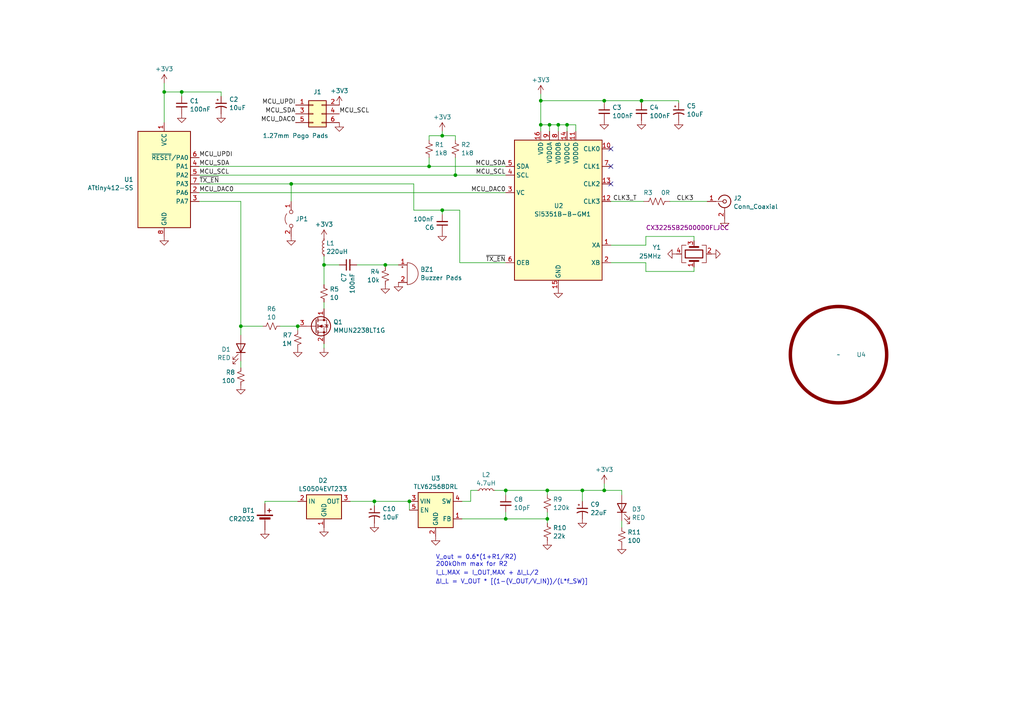
<source format=kicad_sch>
(kicad_sch (version 20231120) (generator "eeschema") (generator_version "8.0")
  (paper "A4")
  (lib_symbols
    (symbol "Connector:Conn_Coaxial" (pin_names (offset 1.016) hide)
      (property "Reference" "J" (at 0.254 3.048 0))
      (property "Value" "Conn_Coaxial" (at 2.921 0 90))
      (symbol "Conn_Coaxial_0_1"
        (arc (start -1.778 -0.508) (mid 0.2311 -1.8066) (end 1.778 0) (stroke (width 0.254)))
        (polyline (pts (xy -2.54 0) (xy -0.508 0)))
        (polyline (pts (xy 0 -2.54) (xy 0 -1.778)))
        (circle (center 0 0) (radius 0.508) (stroke (width 0.2032)))
        (arc (start 1.778 0) (mid 0.2099 1.8101) (end -1.778 0.508) (stroke (width 0.254)))
      )
      (symbol "Conn_Coaxial_1_1"
        (pin passive line (at -5.08 0 0) (length 2.54) (name "In") (number "1"))
        (pin passive line (at 0 -5.08 90) (length 2.54) (name "Ext") (number "2"))
      )
    )
    (symbol "Connector_Generic:Conn_02x03_Odd_Even" (pin_names (offset 1.016) hide)
      (property "Reference" "J" (at 1.27 5.08 0))
      (property "Value" "Conn_02x03_Odd_Even" (at 1.27 -5.08 0))
      (symbol "Conn_02x03_Odd_Even_1_1"
        (rectangle (start -1.27 -2.413) (end 0 -2.667) (stroke (width 0.1524)))
        (rectangle (start -1.27 0.127) (end 0 -0.127) (stroke (width 0.1524)))
        (rectangle (start -1.27 2.667) (end 0 2.413) (stroke (width 0.1524)))
        (rectangle (start -1.27 3.81) (end 3.81 -3.81) (stroke (width 0.254)) (fill (type background)))
        (rectangle (start 3.81 -2.413) (end 2.54 -2.667) (stroke (width 0.1524)))
        (rectangle (start 3.81 0.127) (end 2.54 -0.127) (stroke (width 0.1524)))
        (rectangle (start 3.81 2.667) (end 2.54 2.413) (stroke (width 0.1524)))
        (pin passive line (at -5.08 2.54 0) (length 3.81) (name "Pin_1") (number "1"))
        (pin passive line (at 7.62 2.54 180) (length 3.81) (name "Pin_2") (number "2"))
        (pin passive line (at -5.08 0 0) (length 3.81) (name "Pin_3") (number "3"))
        (pin passive line (at 7.62 0 180) (length 3.81) (name "Pin_4") (number "4"))
        (pin passive line (at -5.08 -2.54 0) (length 3.81) (name "Pin_5") (number "5"))
        (pin passive line (at 7.62 -2.54 180) (length 3.81) (name "Pin_6") (number "6"))
      )
    )
    (symbol "Device:Battery_Cell" (pin_numbers hide) (pin_names (offset 0) hide)
      (property "Reference" "BT" (at 2.54 2.54 0))
      (property "Value" "Battery_Cell" (at 2.54 0 0))
      (symbol "Battery_Cell_0_1"
        (rectangle (start -2.286 1.778) (end 2.286 1.524) (fill (type outline)))
        (rectangle (start -1.524 1.016) (end 1.524 0.508) (fill (type outline)))
        (polyline (pts (xy 0 0.762) (xy 0 0)))
        (polyline (pts (xy 0 1.778) (xy 0 2.54)))
        (polyline (pts (xy 0.762 3.048) (xy 1.778 3.048)) (stroke (width 0.254)))
        (polyline (pts (xy 1.27 3.556) (xy 1.27 2.54)) (stroke (width 0.254)))
      )
      (symbol "Battery_Cell_1_1"
        (pin passive line (at 0 5.08 270) (length 2.54) (name "+") (number "1"))
        (pin passive line (at 0 -2.54 90) (length 2.54) (name "-") (number "2"))
      )
    )
    (symbol "Device:Buzzer" (pin_names (offset 0.0254) hide)
      (property "Reference" "BZ" (at 3.81 1.27 0))
      (property "Value" "Buzzer" (at 3.81 -1.27 0))
      (symbol "Buzzer_0_1"
        (arc (start 0 -3.175) (mid 3.1612 0) (end 0 3.175))
        (polyline (pts (xy -1.651 1.905) (xy -1.143 1.905)))
        (polyline (pts (xy -1.397 2.159) (xy -1.397 1.651)))
        (polyline (pts (xy 0 3.175) (xy 0 -3.175)))
      )
      (symbol "Buzzer_1_1"
        (pin passive line (at -2.54 2.54 0) (length 2.54) (name "+") (number "1"))
        (pin passive line (at -2.54 -2.54 0) (length 2.54) (name "-") (number "2"))
      )
    )
    (symbol "Device:C_Polarized_Small_US" (pin_numbers hide) (pin_names (offset 0.254) hide)
      (property "Reference" "C" (at 0.254 1.778 0))
      (property "Value" "C_Polarized_Small_US" (at 0.254 -2.032 0))
      (symbol "C_Polarized_Small_US_0_1"
        (polyline (pts (xy -1.524 0.508) (xy 1.524 0.508)) (stroke (width 0.3048)))
        (polyline (pts (xy -1.27 1.524) (xy -0.762 1.524)))
        (polyline (pts (xy -1.016 1.27) (xy -1.016 1.778)))
        (arc (start 1.524 -0.762) (mid 0 -0.3734) (end -1.524 -0.762) (stroke (width 0.3048)))
      )
      (symbol "C_Polarized_Small_US_1_1"
        (pin passive line (at 0 2.54 270) (length 2.032) (name "~") (number "1"))
        (pin passive line (at 0 -2.54 90) (length 2.032) (name "~") (number "2"))
      )
    )
    (symbol "Device:C_Small" (pin_numbers hide) (pin_names (offset 0.254) hide)
      (property "Reference" "C" (at 0.254 1.778 0))
      (property "Value" "C_Small" (at 0.254 -2.032 0))
      (symbol "C_Small_0_1"
        (polyline (pts (xy -1.524 -0.508) (xy 1.524 -0.508)) (stroke (width 0.3302)))
        (polyline (pts (xy -1.524 0.508) (xy 1.524 0.508)) (stroke (width 0.3048)))
      )
      (symbol "C_Small_1_1"
        (pin passive line (at 0 2.54 270) (length 2.032) (name "~") (number "1"))
        (pin passive line (at 0 -2.54 90) (length 2.032) (name "~") (number "2"))
      )
    )
    (symbol "Device:Crystal_GND24" (pin_names (offset 1.016) hide)
      (property "Reference" "Y" (at 3.175 5.08 0))
      (property "Value" "Crystal_GND24" (at 3.175 3.175 0))
      (symbol "Crystal_GND24_0_1"
        (rectangle (start -1.143 2.54) (end 1.143 -2.54) (stroke (width 0.3048)))
        (polyline (pts (xy -2.54 0) (xy -2.032 0)))
        (polyline (pts (xy -2.032 -1.27) (xy -2.032 1.27)) (stroke (width 0.508)))
        (polyline (pts (xy 0 -3.81) (xy 0 -3.556)))
        (polyline (pts (xy 0 3.556) (xy 0 3.81)))
        (polyline (pts (xy 2.032 -1.27) (xy 2.032 1.27)) (stroke (width 0.508)))
        (polyline (pts (xy 2.032 0) (xy 2.54 0)))
        (polyline (pts (xy -2.54 -2.286) (xy -2.54 -3.556) (xy 2.54 -3.556) (xy 2.54 -2.286)))
        (polyline (pts (xy -2.54 2.286) (xy -2.54 3.556) (xy 2.54 3.556) (xy 2.54 2.286)))
      )
      (symbol "Crystal_GND24_1_1"
        (pin passive line (at -3.81 0 0) (length 1.27) (name "1") (number "1"))
        (pin passive line (at 0 5.08 270) (length 1.27) (name "2") (number "2"))
        (pin passive line (at 3.81 0 180) (length 1.27) (name "3") (number "3"))
        (pin passive line (at 0 -5.08 90) (length 1.27) (name "4") (number "4"))
      )
    )
    (symbol "Device:LED" (pin_numbers hide) (pin_names (offset 1.016) hide)
      (property "Reference" "D" (at 0 2.54 0))
      (property "Value" "LED" (at 0 -2.54 0))
      (symbol "LED_0_1"
        (polyline (pts (xy -1.27 -1.27) (xy -1.27 1.27)) (stroke (width 0.254)))
        (polyline (pts (xy -1.27 0) (xy 1.27 0)))
        (polyline (pts (xy 1.27 -1.27) (xy 1.27 1.27) (xy -1.27 0) (xy 1.27 -1.27)) (stroke (width 0.254)))
        (polyline (pts (xy -3.048 -0.762) (xy -4.572 -2.286) (xy -3.81 -2.286) (xy -4.572 -2.286) (xy -4.572 -1.524)))
        (polyline (pts (xy -1.778 -0.762) (xy -3.302 -2.286) (xy -2.54 -2.286) (xy -3.302 -2.286) (xy -3.302 -1.524)))
      )
      (symbol "LED_1_1"
        (pin passive line (at -3.81 0 0) (length 2.54) (name "K") (number "1"))
        (pin passive line (at 3.81 0 180) (length 2.54) (name "A") (number "2"))
      )
    )
    (symbol "Device:L_Small" (pin_numbers hide) (pin_names (offset 0.254) hide)
      (property "Reference" "L" (at 0.762 1.016 0))
      (property "Value" "L_Small" (at 0.762 -1.016 0))
      (symbol "L_Small_0_1"
        (arc (start 0 -2.032) (mid 0.5058 -1.524) (end 0 -1.016))
        (arc (start 0 -1.016) (mid 0.5058 -0.508) (end 0 0))
        (arc (start 0 0) (mid 0.5058 0.508) (end 0 1.016))
        (arc (start 0 1.016) (mid 0.5058 1.524) (end 0 2.032))
      )
      (symbol "L_Small_1_1"
        (pin passive line (at 0 2.54 270) (length 0.508) (name "~") (number "1"))
        (pin passive line (at 0 -2.54 90) (length 0.508) (name "~") (number "2"))
      )
    )
    (symbol "Device:Q_NMOS_DSG" (pin_names (offset 0) hide)
      (property "Reference" "Q" (at 5.08 1.27 0))
      (property "Value" "Q_NMOS_DSG" (at 5.08 -1.27 0))
      (symbol "Q_NMOS_DSG_0_1"
        (polyline (pts (xy 0.254 0) (xy -2.54 0)))
        (polyline (pts (xy 0.254 1.905) (xy 0.254 -1.905)) (stroke (width 0.254)))
        (polyline (pts (xy 0.762 -1.27) (xy 0.762 -2.286)) (stroke (width 0.254)))
        (polyline (pts (xy 0.762 0.508) (xy 0.762 -0.508)) (stroke (width 0.254)))
        (polyline (pts (xy 0.762 2.286) (xy 0.762 1.27)) (stroke (width 0.254)))
        (polyline (pts (xy 2.54 2.54) (xy 2.54 1.778)))
        (polyline (pts (xy 2.54 -2.54) (xy 2.54 0) (xy 0.762 0)))
        (polyline (pts (xy 0.762 -1.778) (xy 3.302 -1.778) (xy 3.302 1.778) (xy 0.762 1.778)))
        (polyline (pts (xy 1.016 0) (xy 2.032 0.381) (xy 2.032 -0.381) (xy 1.016 0)) (fill (type outline)))
        (polyline (pts (xy 2.794 0.508) (xy 2.921 0.381) (xy 3.683 0.381) (xy 3.81 0.254)))
        (polyline (pts (xy 3.302 0.381) (xy 2.921 -0.254) (xy 3.683 -0.254) (xy 3.302 0.381)))
        (circle (center 1.651 0) (radius 2.794) (stroke (width 0.254)))
        (circle (center 2.54 -1.778) (radius 0.254) (fill (type outline)))
        (circle (center 2.54 1.778) (radius 0.254) (fill (type outline)))
      )
      (symbol "Q_NMOS_DSG_1_1"
        (pin passive line (at 2.54 5.08 270) (length 2.54) (name "D") (number "1"))
        (pin passive line (at 2.54 -5.08 90) (length 2.54) (name "S") (number "2"))
        (pin input line (at -5.08 0 0) (length 2.54) (name "G") (number "3"))
      )
    )
    (symbol "Device:R_Small_US" (pin_numbers hide) (pin_names (offset 0.254) hide)
      (property "Reference" "R" (at 0.762 0.508 0))
      (property "Value" "R_Small_US" (at 0.762 -1.016 0))
      (symbol "R_Small_US_1_1"
        (polyline (pts (xy 0 0) (xy 1.016 -0.381) (xy 0 -0.762) (xy -1.016 -1.143) (xy 0 -1.524)))
        (polyline (pts (xy 0 1.524) (xy 1.016 1.143) (xy 0 0.762) (xy -1.016 0.381) (xy 0 0)))
        (pin passive line (at 0 2.54 270) (length 1.016) (name "~") (number "1"))
        (pin passive line (at 0 -2.54 90) (length 1.016) (name "~") (number "2"))
      )
    )
    (symbol "Device:R_US" (pin_numbers hide) (pin_names (offset 0))
      (property "Reference" "R" (at 2.54 0 90))
      (property "Value" "R_US" (at -2.54 0 90))
      (symbol "R_US_0_1"
        (polyline (pts (xy 0 -2.286) (xy 0 -2.54)))
        (polyline (pts (xy 0 2.286) (xy 0 2.54)))
        (polyline (pts (xy 0 -0.762) (xy 1.016 -1.143) (xy 0 -1.524) (xy -1.016 -1.905) (xy 0 -2.286)))
        (polyline (pts (xy 0 0.762) (xy 1.016 0.381) (xy 0 0) (xy -1.016 -0.381) (xy 0 -0.762)))
        (polyline (pts (xy 0 2.286) (xy 1.016 1.905) (xy 0 1.524) (xy -1.016 1.143) (xy 0 0.762)))
      )
      (symbol "R_US_1_1"
        (pin passive line (at 0 3.81 270) (length 1.27) (name "~") (number "1"))
        (pin passive line (at 0 -3.81 90) (length 1.27) (name "~") (number "2"))
      )
    )
    (symbol "Jumper:Jumper_2_Open" (pin_names (offset 0) hide)
      (property "Reference" "JP" (at 0 2.794 0))
      (property "Value" "Jumper_2_Open" (at 0 -2.286 0))
      (symbol "Jumper_2_Open_0_0"
        (circle (center -2.032 0) (radius 0.508))
        (circle (center 2.032 0) (radius 0.508))
      )
      (symbol "Jumper_2_Open_0_1"
        (arc (start 1.524 1.27) (mid 0 1.778) (end -1.524 1.27))
      )
      (symbol "Jumper_2_Open_1_1"
        (pin passive line (at -5.08 0 0) (length 2.54) (name "A") (number "1"))
        (pin passive line (at 5.08 0 180) (length 2.54) (name "B") (number "2"))
      )
    )
    (symbol "MCU_Microchip_ATtiny:ATtiny412-SS"
      (property "Reference" "U1" (at -13.462 -0.0579 0))
      (property "Value" "ATtiny412-SS" (at -13.462 -2.4821 0))
      (symbol "ATtiny412-SS_0_1"
        (rectangle (start -2.54 13.97) (end 12.7 -13.97) (stroke (width 0.254)) (fill (type background)))
      )
      (symbol "ATtiny412-SS_1_1"
        (pin power_in line (at 5.08 16.51 270) (length 2.54) (name "VCC") (number "1"))
        (pin bidirectional line (at 15.24 -3.81 180) (length 2.54) (name "PA6") (number "2"))
        (pin bidirectional line (at 15.24 -6.35 180) (length 2.54) (name "PA7") (number "3"))
        (pin bidirectional line (at 15.24 3.81 180) (length 2.54) (name "PA1") (number "4"))
        (pin bidirectional line (at 15.24 1.27 180) (length 2.54) (name "PA2") (number "5"))
        (pin bidirectional line (at 15.24 6.35 180) (length 2.54) (name "~{RESET}/PA0") (number "6"))
        (pin bidirectional line (at 15.24 -1.27 180) (length 2.54) (name "PA3") (number "7"))
        (pin power_in line (at 5.08 -16.51 90) (length 2.54) (name "GND") (number "8"))
      )
    )
    (symbol "Power_Protection:CM1213A-01SO"
      (property "Reference" "D3" (at -0.3175 6.0493 0))
      (property "Value" "CM1213A-01SO" (at -0.3175 3.6251 0))
      (symbol "CM1213A-01SO_0_1"
        (rectangle (start -5.08 1.905) (end 5.08 -5.08) (stroke (width 0.254)) (fill (type background)))
      )
      (symbol "CM1213A-01SO_1_1"
        (pin passive line (at 0 -7.62 90) (length 2.54) (name "GND") (number "1"))
        (pin passive line (at -7.62 0 0) (length 2.54) (name "IN") (number "2"))
        (pin passive line (at 7.62 0 180) (length 2.54) (name "OUT") (number "3"))
      )
    )
    (symbol "Regulator_Switching:TLV62568DRL"
      (property "Reference" "U3" (at 0 9.2243 0))
      (property "Value" "TLV62568DRL" (at 0 6.8001 0))
      (symbol "TLV62568DRL_0_1"
        (rectangle (start -5.08 5.08) (end 5.08 -5.08) (stroke (width 0.254)) (fill (type background)))
      )
      (symbol "TLV62568DRL_1_1"
        (pin input line (at 7.62 -2.54 180) (length 2.54) (name "FB") (number "1"))
        (pin power_in line (at 0 -7.62 90) (length 2.54) (name "GND") (number "2"))
        (pin power_in line (at -7.62 2.54 0) (length 2.54) (name "VIN") (number "3"))
        (pin power_out line (at 7.62 2.54 180) (length 2.54) (name "SW") (number "4"))
        (pin input line (at -7.62 0 0) (length 2.54) (name "EN") (number "5"))
        (pin no_connect line (at 5.08 -2.54 180) (length 2.54) hide (name "NC") (number "6"))
      )
    )
    (symbol "library:Case"
      (property "Reference" "U" (at 0 0 0))
      (symbol "Case_1_1"
        (circle (center 0 0) (radius 13.97) (stroke (width 1)))
      )
    )
    (symbol "library:Si5351B-B-GM1"
      (property "Reference" "U2" (at -1.27 1.27 0))
      (property "Value" "Si5351B-B-GM1" (at -6.985 -1.1542 0))
      (symbol "Si5351B-B-GM1_1_1"
        (rectangle (start -12.7 20.32) (end 12.7 -20.32) (stroke (width 0.254)) (fill (type background)))
        (pin input line (at 15.24 -10.16 180) (length 2.54) (name "XA") (number "1"))
        (pin output line (at 15.24 17.78 180) (length 2.54) (name "CLK0") (number "10"))
        (pin power_in line (at 5.08 22.86 270) (length 2.54) (name "VDDOD") (number "11"))
        (pin output line (at 15.24 2.54 180) (length 2.54) (name "CLK3") (number "12"))
        (pin output line (at 15.24 7.62 180) (length 2.54) (name "CLK2") (number "13"))
        (pin power_in line (at 2.54 22.86 270) (length 2.54) (name "VDDOC") (number "14"))
        (pin power_in line (at 0 -22.86 90) (length 2.54) (name "GND") (number "15"))
        (pin power_in line (at -5.08 22.86 270) (length 2.54) (name "VDD") (number "16"))
        (pin input line (at 15.24 -15.24 180) (length 2.54) (name "XB") (number "2"))
        (pin input line (at -15.24 5.08 0) (length 2.54) (name "VC") (number "3"))
        (pin input line (at -15.24 10.16 0) (length 2.54) (name "SCL") (number "4"))
        (pin bidirectional line (at -15.24 12.7 0) (length 2.54) (name "SDA") (number "5"))
        (pin input line (at -15.24 -15.24 0) (length 2.54) (name "OEB") (number "6"))
        (pin output line (at 15.24 12.7 180) (length 2.54) (name "CLK1") (number "7"))
        (pin power_in line (at 0 22.86 270) (length 2.54) (name "VDDOB") (number "8"))
        (pin power_in line (at -2.54 22.86 270) (length 2.54) (name "VDDOA") (number "9"))
      )
    )
    (symbol "power:+3V3" (power) (pin_names (offset 0))
      (property "Value" "+3V3" (at 0 3.556 0))
      (symbol "+3V3_0_1"
        (polyline (pts (xy -0.762 1.27) (xy 0 2.54)))
        (polyline (pts (xy 0 0) (xy 0 2.54)))
        (polyline (pts (xy 0 2.54) (xy 0.762 1.27)))
      )
      (symbol "+3V3_1_1"
        (pin power_in line (at 0 0 90) (length 0) hide (name "+3V3") (number "1"))
      )
    )
    (symbol "power:GND" (power) (pin_names (offset 0))
      (property "Value" "GND" (at 0 -3.81 0))
      (symbol "GND_0_1"
        (polyline (pts (xy 0 0) (xy 0 -1.27) (xy 1.27 -1.27) (xy 0 -2.54) (xy -1.27 -1.27) (xy 0 -1.27)))
      )
      (symbol "GND_1_1"
        (pin power_in line (at 0 0 270) (length 0) hide (name "GND") (number "1"))
      )
    )
  )
  (junction (at 128.27 60.96))
  (junction (at 52.705 26.67))
  (junction (at 132.08 50.8))
  (junction (at 118.745 145.415))
  (junction (at 146.685 150.495))
  (junction (at 159.385 36.195))
  (junction (at 124.46 48.26))
  (junction (at 111.76 76.835))
  (junction (at 69.85 94.615))
  (junction (at 164.465 36.195))
  (junction (at 175.26 142.24))
  (junction (at 86.36 94.615))
  (junction (at 168.91 142.24))
  (junction (at 161.925 36.195))
  (junction (at 108.585 145.415))
  (junction (at 186.055 29.21))
  (junction (at 47.625 26.67))
  (junction (at 158.75 150.495))
  (junction (at 84.455 53.34))
  (junction (at 175.26 29.21))
  (junction (at 93.98 76.835))
  (junction (at 146.685 142.24))
  (junction (at 158.75 142.24))
  (junction (at 156.845 29.21))
  (junction (at 156.845 36.195))
  (junction (at 128.27 39.37))
  (no_connect (at 177.165 43.18))
  (no_connect (at 177.165 48.26))
  (no_connect (at 177.165 53.34))
  (wire (pts (xy 187.325 76.2) (xy 177.165 76.2)))
  (wire (pts (xy 186.055 29.845) (xy 186.055 29.21)))
  (wire (pts (xy 158.75 142.24) (xy 158.75 143.51)))
  (wire (pts (xy 180.34 142.24) (xy 175.26 142.24)))
  (wire (pts (xy 167.005 36.195) (xy 164.465 36.195)))
  (wire (pts (xy 120.015 60.96) (xy 120.015 53.34)))
  (wire (pts (xy 76.835 145.415) (xy 86.36 145.415)))
  (wire (pts (xy 52.705 26.67) (xy 64.135 26.67)))
  (wire (pts (xy 196.85 29.21) (xy 196.85 29.845)))
  (wire (pts (xy 52.705 27.94) (xy 52.705 26.67)))
  (wire (pts (xy 93.98 99.695) (xy 93.98 100.965)))
  (wire (pts (xy 175.26 29.21) (xy 186.055 29.21)))
  (wire (pts (xy 47.625 24.13) (xy 47.625 26.67)))
  (wire (pts (xy 146.685 148.59) (xy 146.685 150.495)))
  (wire (pts (xy 164.465 36.195) (xy 161.925 36.195)))
  (wire (pts (xy 175.26 140.335) (xy 175.26 142.24)))
  (wire (pts (xy 161.925 36.195) (xy 161.925 38.1)))
  (wire (pts (xy 133.985 150.495) (xy 146.685 150.495)))
  (wire (pts (xy 156.845 29.21) (xy 156.845 36.195)))
  (wire (pts (xy 128.27 60.96) (xy 128.27 62.23)))
  (wire (pts (xy 93.98 76.835) (xy 93.98 82.55)))
  (wire (pts (xy 136.525 142.24) (xy 138.43 142.24)))
  (wire (pts (xy 133.35 76.2) (xy 133.35 60.96)))
  (wire (pts (xy 93.98 76.835) (xy 98.425 76.835)))
  (wire (pts (xy 69.85 58.42) (xy 57.785 58.42)))
  (wire (pts (xy 159.385 38.1) (xy 159.385 36.195)))
  (wire (pts (xy 175.26 29.845) (xy 175.26 29.21)))
  (wire (pts (xy 180.34 151.13) (xy 180.34 153.035)))
  (wire (pts (xy 187.325 71.12) (xy 177.165 71.12)))
  (wire (pts (xy 201.295 78.74) (xy 201.295 77.47)))
  (wire (pts (xy 158.75 150.495) (xy 158.75 148.59)))
  (wire (pts (xy 164.465 36.195) (xy 164.465 38.1)))
  (wire (pts (xy 93.98 74.295) (xy 93.98 76.835)))
  (wire (pts (xy 146.685 150.495) (xy 158.75 150.495)))
  (wire (pts (xy 101.6 145.415) (xy 108.585 145.415)))
  (wire (pts (xy 124.46 45.72) (xy 124.46 48.26)))
  (wire (pts (xy 194.31 58.42) (xy 205.105 58.42)))
  (wire (pts (xy 69.85 104.775) (xy 69.85 106.68)))
  (wire (pts (xy 128.27 39.37) (xy 124.46 39.37)))
  (wire (pts (xy 196.85 29.21) (xy 186.055 29.21)))
  (wire (pts (xy 167.005 38.1) (xy 167.005 36.195)))
  (wire (pts (xy 108.585 145.415) (xy 118.745 145.415)))
  (wire (pts (xy 175.26 29.21) (xy 156.845 29.21)))
  (wire (pts (xy 146.685 142.24) (xy 146.685 143.51)))
  (wire (pts (xy 124.46 39.37) (xy 124.46 40.64)))
  (wire (pts (xy 128.27 60.96) (xy 120.015 60.96)))
  (wire (pts (xy 69.85 94.615) (xy 76.2 94.615)))
  (wire (pts (xy 124.46 48.26) (xy 146.685 48.26)))
  (wire (pts (xy 201.295 69.85) (xy 201.295 68.58)))
  (wire (pts (xy 76.835 146.05) (xy 76.835 145.415)))
  (wire (pts (xy 146.685 142.24) (xy 158.75 142.24)))
  (wire (pts (xy 201.295 68.58) (xy 187.325 68.58)))
  (wire (pts (xy 57.785 55.88) (xy 146.685 55.88)))
  (wire (pts (xy 187.325 76.2) (xy 187.325 78.74)))
  (wire (pts (xy 111.76 77.47) (xy 111.76 76.835)))
  (wire (pts (xy 81.28 94.615) (xy 86.36 94.615)))
  (wire (pts (xy 175.26 142.24) (xy 168.91 142.24)))
  (wire (pts (xy 84.455 53.34) (xy 57.785 53.34)))
  (wire (pts (xy 133.35 60.96) (xy 128.27 60.96)))
  (wire (pts (xy 128.27 38.1) (xy 128.27 39.37)))
  (wire (pts (xy 132.08 45.72) (xy 132.08 50.8)))
  (wire (pts (xy 69.85 94.615) (xy 69.85 97.155)))
  (wire (pts (xy 111.76 76.835) (xy 115.57 76.835)))
  (wire (pts (xy 177.165 58.42) (xy 186.69 58.42)))
  (wire (pts (xy 156.845 36.195) (xy 156.845 38.1)))
  (wire (pts (xy 120.015 53.34) (xy 84.455 53.34)))
  (wire (pts (xy 168.91 142.24) (xy 158.75 142.24)))
  (wire (pts (xy 69.85 94.615) (xy 69.85 58.42)))
  (wire (pts (xy 158.75 151.765) (xy 158.75 150.495)))
  (wire (pts (xy 187.325 78.74) (xy 201.295 78.74)))
  (wire (pts (xy 86.36 94.615) (xy 86.36 95.885)))
  (wire (pts (xy 187.325 68.58) (xy 187.325 71.12)))
  (wire (pts (xy 93.98 89.535) (xy 93.98 87.63)))
  (wire (pts (xy 136.525 142.24) (xy 136.525 145.415)))
  (wire (pts (xy 146.685 76.2) (xy 133.35 76.2)))
  (wire (pts (xy 159.385 36.195) (xy 156.845 36.195)))
  (wire (pts (xy 118.745 145.415) (xy 118.745 147.955)))
  (wire (pts (xy 57.785 50.8) (xy 132.08 50.8)))
  (wire (pts (xy 132.08 50.8) (xy 146.685 50.8)))
  (wire (pts (xy 84.455 53.34) (xy 84.455 58.42)))
  (wire (pts (xy 156.845 29.21) (xy 156.845 27.305)))
  (wire (pts (xy 161.925 36.195) (xy 159.385 36.195)))
  (wire (pts (xy 47.625 26.67) (xy 47.625 35.56)))
  (wire (pts (xy 103.505 76.835) (xy 111.76 76.835)))
  (wire (pts (xy 136.525 145.415) (xy 133.985 145.415)))
  (wire (pts (xy 64.135 26.67) (xy 64.135 27.94)))
  (wire (pts (xy 132.08 40.64) (xy 132.08 39.37)))
  (wire (pts (xy 47.625 26.67) (xy 52.705 26.67)))
  (wire (pts (xy 143.51 142.24) (xy 146.685 142.24)))
  (wire (pts (xy 180.34 143.51) (xy 180.34 142.24)))
  (wire (pts (xy 57.785 48.26) (xy 124.46 48.26)))
  (wire (pts (xy 168.91 145.415) (xy 168.91 142.24)))
  (wire (pts (xy 132.08 39.37) (xy 128.27 39.37)))
  (wire (pts (xy 108.585 146.685) (xy 108.585 145.415)))
  (text "V_out = 0.6*(1+R1/R2)\n200kOhm max for R2" (at 126.365 164.465 0) (effects (font (size 1.27 1.27)) (justify left bottom)))
  (text "ΔI_L = V_OUT * [(1-(V_OUT/V_IN))/(L*f_SW)]" (at 126.365 169.545 0) (effects (font (size 1.27 1.27)) (justify left bottom)))
  (text "I_L,MAX = I_OUT,MAX + ΔI_L/2" (at 126.365 167.005 0) (effects (font (size 1.27 1.27)) (justify left bottom)))
  (label "CLK3_T" (at 177.8 58.42 0))
  (label "MCU_UPDI" (at 57.785 45.72 0))
  (label "MCU_DAC0" (at 85.725 35.56 180))
  (label "MCU_SCL" (at 98.425 33.02 0))
  (label "MCU_SCL" (at 146.685 50.8 180))
  (label "~{TX_EN}" (at 57.785 53.34 0))
  (label "~{TX_EN}" (at 146.685 76.2 180))
  (label "MCU_SDA" (at 85.725 33.02 180))
  (label "CLK3" (at 196.215 58.42 0))
  (label "MCU_DAC0" (at 146.685 55.88 180))
  (label "MCU_SDA" (at 146.685 48.26 180))
  (label "MCU_DAC0" (at 57.785 55.88 0))
  (label "MCU_SCL" (at 57.785 50.8 0))
  (label "MCU_UPDI" (at 85.725 30.48 180))
  (label "MCU_SDA" (at 57.785 48.26 0))
  (symbol (lib_id "power:GND") (at 111.76 82.55 0) (mirror y) (unit 1)
    (property "Reference" "#PWR019" (effects (hide yes)))
    (property "Value" "GND" (effects (hide yes)))
  )
  (symbol (lib_id "Device:R_Small_US") (at 93.98 85.09 180) (unit 1)
    (property "Reference" "R5" (at 95.631 83.8779 0) (effects (justify right)))
    (property "Value" "10" (at 95.631 86.3021 0) (effects (justify right)))
    (property "Footprint" "Resistor_SMD:R_0402_1005Metric" (effects (hide yes)))
  )
  (symbol (lib_id "Device:C_Polarized_Small_US") (at 64.135 30.48 0) (unit 1)
    (property "Reference" "C2" (at 66.4464 28.8361 0) (effects (justify left)))
    (property "Value" "10uF" (at 66.4464 31.2603 0) (effects (justify left)))
    (property "Footprint" "Resistor_SMD:R_0402_1005Metric" (effects (hide yes)))
  )
  (symbol (lib_id "power:GND") (at 210.185 63.5 0) (mirror y) (unit 1)
    (property "Reference" "#PWR011" (effects (hide yes)))
    (property "Value" "GND" (effects (hide yes)))
  )
  (symbol (lib_id "power:GND") (at 175.26 34.925 0) (unit 1)
    (property "Reference" "#PWR06" (effects (hide yes)))
    (property "Value" "GND" (effects (hide yes)))
  )
  (symbol (lib_id "Device:R_Small_US") (at 111.76 80.01 0) (mirror y) (unit 1)
    (property "Reference" "R4" (at 110.109 78.7979 0) (effects (justify left)))
    (property "Value" "10k" (at 110.109 81.2221 0) (effects (justify left)))
    (property "Footprint" "Resistor_SMD:R_0402_1005Metric" (effects (hide yes)))
  )
  (symbol (lib_id "power:+3V3") (at 47.625 24.13 0) (unit 1)
    (property "Reference" "#PWR01" (effects (hide yes)))
    (property "Value" "+3V3" (at 47.625 19.9969 0))
  )
  (symbol (lib_id "power:GND") (at 186.055 34.925 0) (unit 1)
    (property "Reference" "#PWR07" (effects (hide yes)))
    (property "Value" "GND" (effects (hide yes)))
  )
  (symbol (lib_id "power:GND") (at 47.625 68.58 0) (mirror y) (unit 1)
    (property "Reference" "#PWR013" (effects (hide yes)))
    (property "Value" "GND" (effects (hide yes)))
  )
  (symbol (lib_id "power:+3V3") (at 156.845 27.305 0) (unit 1)
    (property "Reference" "#PWR02" (effects (hide yes)))
    (property "Value" "+3V3" (at 156.845 23.1719 0))
  )
  (symbol (lib_id "Device:R_Small_US") (at 180.34 155.575 0) (unit 1)
    (property "Reference" "R11" (at 181.991 154.3629 0) (effects (justify left)))
    (property "Value" "100" (at 181.991 156.7871 0) (effects (justify left)))
    (property "Footprint" "Resistor_SMD:R_0402_1005Metric" (effects (hide yes)))
  )
  (symbol (lib_id "Device:C_Small") (at 128.27 64.77 180) (unit 1)
    (property "Reference" "C6" (at 125.9459 65.9758 0) (effects (justify left)))
    (property "Value" "100nF" (at 125.9459 63.5516 0) (effects (justify left)))
    (property "Footprint" "Resistor_SMD:R_0402_1005Metric" (effects (hide yes)))
  )
  (symbol (lib_id "power:+3V3") (at 93.98 69.215 0) (unit 1)
    (property "Reference" "#PWR015" (effects (hide yes)))
    (property "Value" "+3V3" (at 93.98 65.0819 0))
  )
  (symbol (lib_id "power:GND") (at 196.215 73.66 270) (mirror x) (unit 1)
    (property "Reference" "#PWR016" (effects (hide yes)))
    (property "Value" "GND" (effects (hide yes)))
  )
  (symbol (lib_id "power:GND") (at 93.98 100.965 0) (mirror y) (unit 1)
    (property "Reference" "#PWR022" (effects (hide yes)))
    (property "Value" "GND" (effects (hide yes)))
  )
  (symbol (lib_id "power:GND") (at 161.925 83.82 0) (mirror y) (unit 1)
    (property "Reference" "#PWR020" (effects (hide yes)))
    (property "Value" "GND" (effects (hide yes)))
  )
  (symbol (lib_id "library:Case") (at 243.205 102.87 0) (unit 1)
    (property "Reference" "U4" (at 248.4191 102.87 0) (effects (justify left)))
    (property "Value" "~" (at 243.205 102.87 0))
    (property "Footprint" "Library:Case_CR2032" (effects (hide yes)))
  )
  (symbol (lib_id "Device:C_Polarized_Small_US") (at 108.585 149.225 0) (unit 1)
    (property "Reference" "C10" (at 110.8964 147.581 0) (effects (justify left)))
    (property "Value" "10uF" (at 110.8964 150.0053 0) (effects (justify left)))
    (property "Footprint" "Resistor_SMD:R_0402_1005Metric" (effects (hide yes)))
  )
  (symbol (lib_id "Device:LED") (at 180.34 147.32 90) (unit 1)
    (property "Reference" "D3" (at 183.261 147.6954 90) (effects (justify right)))
    (property "Value" "RED" (at 183.261 150.1196 90) (effects (justify right)))
    (property "Footprint" "LED_SMD:LED_0402_1005Metric" (effects (hide yes)))
  )
  (symbol (lib_id "Device:C_Small") (at 52.705 30.48 0) (unit 1)
    (property "Reference" "C1" (at 55.0291 29.2742 0) (effects (justify left)))
    (property "Value" "100nF" (at 55.0291 31.6984 0) (effects (justify left)))
    (property "Footprint" "Resistor_SMD:R_0402_1005Metric" (effects (hide yes)))
  )
  (symbol (lib_id "power:+3V3") (at 128.27 38.1 0) (unit 1)
    (property "Reference" "#PWR010" (effects (hide yes)))
    (property "Value" "+3V3" (at 128.27 33.9669 0))
  )
  (symbol (lib_id "power:GND") (at 64.135 33.02 0) (mirror y) (unit 1)
    (property "Reference" "#PWR05" (effects (hide yes)))
    (property "Value" "GND" (effects (hide yes)))
  )
  (symbol (lib_id "Device:R_Small_US") (at 132.08 43.18 0) (unit 1)
    (property "Reference" "R2" (at 133.731 41.9679 0) (effects (justify left)))
    (property "Value" "1k8" (at 133.731 44.3921 0) (effects (justify left)))
    (property "Footprint" "Resistor_SMD:R_0402_1005Metric" (effects (hide yes)))
  )
  (symbol (lib_id "power:GND") (at 98.425 35.56 0) (unit 1)
    (property "Reference" "#PWR09" (effects (hide yes)))
    (property "Value" "GND" (effects (hide yes)))
  )
  (symbol (lib_id "power:GND") (at 180.34 158.115 0) (mirror y) (unit 1)
    (property "Reference" "#PWR031" (effects (hide yes)))
    (property "Value" "GND" (effects (hide yes)))
  )
  (symbol (lib_id "Connector:Conn_Coaxial") (at 210.185 58.42 0) (unit 1)
    (property "Reference" "J2" (at 212.7251 57.5011 0) (effects (justify left)))
    (property "Value" "Conn_Coaxial" (at 212.7251 59.9253 0) (effects (justify left)))
    (property "Footprint" "Library:RF_Solder_Pad" (effects (hide yes)))
  )
  (symbol (lib_id "power:GND") (at 158.75 156.845 0) (mirror y) (unit 1)
    (property "Reference" "#PWR030" (effects (hide yes)))
    (property "Value" "GND" (effects (hide yes)))
  )
  (symbol (lib_id "Device:R_Small_US") (at 158.75 154.305 0) (unit 1)
    (property "Reference" "R10" (at 160.401 153.0929 0) (effects (justify left)))
    (property "Value" "22k" (at 160.401 155.5171 0) (effects (justify left)))
    (property "Footprint" "Resistor_SMD:R_0402_1005Metric" (effects (hide yes)))
  )
  (symbol (lib_id "power:+3V3") (at 175.26 140.335 0) (unit 1)
    (property "Reference" "#PWR024" (effects (hide yes)))
    (property "Value" "+3V3" (at 175.26 136.2019 0))
  )
  (symbol (lib_id "Device:C_Small") (at 146.685 146.05 0) (unit 1)
    (property "Reference" "C8" (at 149.0091 144.8442 0) (effects (justify left)))
    (property "Value" "10pF" (at 149.0091 147.2684 0) (effects (justify left)))
    (property "Footprint" "Resistor_SMD:R_0402_1005Metric" (effects (hide yes)))
  )
  (symbol (lib_id "power:GND") (at 93.98 153.035 0) (mirror y) (unit 1)
    (property "Reference" "#PWR027" (effects (hide yes)))
    (property "Value" "GND" (effects (hide yes)))
  )
  (symbol (lib_id "Jumper:Jumper_2_Open") (at 84.455 63.5 90) (mirror x) (unit 1)
    (property "Reference" "JP1" (at 85.725 63.5 90) (effects (justify right)))
    (property "Value" "Jumper_2_Open" (effects (hide yes)))
    (property "Footprint" "Jumper:SolderJumper-2_P1.3mm_Open_TrianglePad1.0x1.5mm" (effects (hide yes)))
  )
  (symbol (lib_id "Device:Battery_Cell") (at 76.835 151.13 0) (unit 1)
    (property "Reference" "BT1" (at 73.914 148.0764 0) (effects (justify right)))
    (property "Value" "CR2032" (at 73.914 150.5006 0) (effects (justify right)))
    (property "Footprint" "Battery:BatteryHolder_Keystone_3034_1x20mm" (effects (hide yes)))
  )
  (symbol (lib_id "power:GND") (at 52.705 33.02 0) (unit 1)
    (property "Reference" "#PWR04" (effects (hide yes)))
    (property "Value" "GND" (effects (hide yes)))
  )
  (symbol (lib_id "power:+3V3") (at 98.425 30.48 0) (unit 1)
    (property "Reference" "#PWR03" (effects (hide yes)))
    (property "Value" "+3V3" (at 98.425 26.3469 0))
  )
  (symbol (lib_id "Device:Buzzer") (at 118.11 79.375 0) (unit 1)
    (property "Reference" "BZ1" (at 121.9062 78.1629 0) (effects (justify left)))
    (property "Value" "Buzzer Pads" (at 121.9062 80.5871 0) (effects (justify left)))
    (property "Footprint" "Jumper:SolderJumper-2_P1.3mm_Open_RoundedPad1.0x1.5mm" (effects (hide yes)))
  )
  (symbol (lib_id "Regulator_Switching:TLV62568DRL") (at 126.365 147.955 0) (unit 1)
    (property "Reference" "U3" (at 126.365 138.7307 0))
    (property "Value" "TLV62568DRL" (at 126.365 141.1549 0))
    (property "Footprint" "Package_TO_SOT_SMD:SOT-563" (effects (hide yes)))
    (property "Datasheet" "http://www.ti.com/lit/ds/symlink/tlv62568.pdf" (effects (hide yes)))
  )
  (symbol (lib_id "Device:R_Small_US") (at 86.36 98.425 0) (mirror y) (unit 1)
    (property "Reference" "R7" (at 84.709 97.2129 0) (effects (justify left)))
    (property "Value" "1M" (at 84.709 99.6371 0) (effects (justify left)))
    (property "Footprint" "Resistor_SMD:R_0402_1005Metric" (effects (hide yes)))
  )
  (symbol (lib_id "Device:C_Polarized_Small_US") (at 168.91 147.955 0) (unit 1)
    (property "Reference" "C9" (at 171.2214 146.3111 0) (effects (justify left)))
    (property "Value" "22uF" (at 171.2214 148.7353 0) (effects (justify left)))
    (property "Footprint" "Resistor_SMD:R_0603_1608Metric" (effects (hide yes)))
  )
  (symbol (lib_id "power:GND") (at 128.27 67.31 0) (mirror y) (unit 1)
    (property "Reference" "#PWR012" (effects (hide yes)))
    (property "Value" "GND" (effects (hide yes)))
  )
  (symbol (lib_id "power:GND") (at 168.91 150.495 0) (mirror y) (unit 1)
    (property "Reference" "#PWR025" (effects (hide yes)))
    (property "Value" "GND" (effects (hide yes)))
  )
  (symbol (lib_id "Device:L_Small") (at 93.98 71.755 180) (unit 1)
    (property "Reference" "L1" (at 94.615 70.5429 0) (effects (justify right)))
    (property "Value" "220uH" (at 94.615 72.9671 0) (effects (justify right)))
    (property "Footprint" "Inductor_SMD:L_1008_2520Metric" (effects (hide yes)))
  )
  (symbol (lib_id "power:GND") (at 86.36 100.965 0) (mirror y) (unit 1)
    (property "Reference" "#PWR021" (effects (hide yes)))
    (property "Value" "GND" (effects (hide yes)))
  )
  (symbol (lib_id "power:GND") (at 69.85 111.76 0) (unit 1)
    (property "Reference" "#PWR023" (effects (hide yes)))
    (property "Value" "GND" (effects (hide yes)))
  )
  (symbol (lib_id "power:GND") (at 206.375 73.66 90) (mirror x) (unit 1)
    (property "Reference" "#PWR017" (effects (hide yes)))
    (property "Value" "GND" (effects (hide yes)))
  )
  (symbol (lib_id "library:Si5351B-B-GM1") (at 161.925 60.96 0) (unit 1)
    (property "Reference" "U2" (at 160.655 59.69 0) (effects (justify left)))
    (property "Value" "Si5351B-B-GM1" (at 154.94 62.1142 0) (effects (justify left)))
    (property "Footprint" "Package_DFN_QFN:QFN-16-1EP_3x3mm_P0.5mm_EP1.45x1.45mm" (effects (hide yes)))
    (property "Datasheet" "https://www.silabs.com/documents/public/data-sheets/Si5351-B.pdf" (effects (hide yes)))
  )
  (symbol (lib_id "Device:R_Small_US") (at 69.85 109.22 0) (mirror y) (unit 1)
    (property "Reference" "R8" (at 68.199 108.0079 0) (effects (justify left)))
    (property "Value" "100" (at 68.199 110.4321 0) (effects (justify left)))
    (property "Footprint" "Resistor_SMD:R_0402_1005Metric" (effects (hide yes)))
  )
  (symbol (lib_id "power:GND") (at 196.85 34.925 0) (unit 1)
    (property "Reference" "#PWR08" (effects (hide yes)))
    (property "Value" "GND" (effects (hide yes)))
  )
  (symbol (lib_id "Device:C_Small") (at 100.965 76.835 90) (mirror x) (unit 1)
    (property "Reference" "C7" (at 99.7592 79.1591 0) (effects (justify left)))
    (property "Value" "100nF" (at 102.1834 79.1591 0) (effects (justify left)))
    (property "Footprint" "Resistor_SMD:R_0402_1005Metric" (effects (hide yes)))
  )
  (symbol (lib_id "power:GND") (at 126.365 155.575 0) (mirror y) (unit 1)
    (property "Reference" "#PWR029" (effects (hide yes)))
    (property "Value" "GND" (effects (hide yes)))
  )
  (symbol (lib_id "Power_Protection:CM1213A-01SO") (at 93.98 145.415 0) (unit 1)
    (property "Reference" "D2" (at 93.6625 139.3657 0))
    (property "Value" "LS0504EVT233" (at 93.6625 141.7899 0))
    (property "Footprint" "Package_TO_SOT_SMD:SOT-23-3" (effects (hide yes)))
    (property "Datasheet" "https://mm.digikey.com/Volume0/opasdata/d220001/medias/docus/2615/LS0504EVT233_Preliminary_2022.pdf" (effects (hide yes)))
    (property "Description" "5V, 4A eFuse with Over Voltage and Over Current Protection" (effects (hide yes)))
  )
  (symbol (lib_id "Connector_Generic:Conn_02x03_Odd_Even") (at 90.805 33.02 0) (unit 1)
    (property "Reference" "J1" (at 92.075 26.67 0))
    (property "Value" "1.27mm Pogo Pads" (at 85.725 39.37 0))
    (property "Footprint" "Library:2x3_1.27mm_Pogo_Header" (effects (hide yes)))
  )
  (symbol (lib_id "power:GND") (at 115.57 81.915 0) (mirror y) (unit 1)
    (property "Reference" "#PWR018" (effects (hide yes)))
    (property "Value" "GND" (effects (hide yes)))
  )
  (symbol (lib_id "Device:Q_NMOS_DSG") (at 91.44 94.615 0) (unit 1)
    (property "Reference" "Q1" (at 96.647 93.4029 0) (effects (justify left)))
    (property "Value" "MMUN2238LT1G" (at 96.647 95.8271 0) (effects (justify left)))
    (property "Footprint" "Package_TO_SOT_SMD:SOT-23-3" (effects (hide yes)))
  )
  (symbol (lib_id "Device:C_Polarized_Small_US") (at 196.85 32.385 0) (unit 1)
    (property "Reference" "C5" (at 199.1614 30.7411 0) (effects (justify left)))
    (property "Value" "10uF" (at 199.1614 33.1653 0) (effects (justify left)))
    (property "Footprint" "Resistor_SMD:R_0402_1005Metric" (effects (hide yes)))
  )
  (symbol (lib_id "Device:R_Small_US") (at 78.74 94.615 90) (unit 1)
    (property "Reference" "R6" (at 78.74 89.5817 90))
    (property "Value" "10" (at 78.74 92.0059 90))
    (property "Footprint" "Resistor_SMD:R_0402_1005Metric" (effects (hide yes)))
  )
  (symbol (lib_id "Device:R_US") (at 190.5 58.42 90) (unit 1)
    (property "Reference" "R3" (at 187.96 55.88 90))
    (property "Value" "0R" (at 193.04 55.88 90))
    (property "Footprint" "Resistor_SMD:R_0402_1005Metric" (effects (hide yes)))
  )
  (symbol (lib_id "Device:C_Small") (at 186.055 32.385 0) (unit 1)
    (property "Reference" "C4" (at 188.3791 31.1792 0) (effects (justify left)))
    (property "Value" "100nF" (at 188.3791 33.6034 0) (effects (justify left)))
    (property "Footprint" "Resistor_SMD:R_0402_1005Metric" (effects (hide yes)))
  )
  (symbol (lib_id "Device:R_Small_US") (at 158.75 146.05 0) (unit 1)
    (property "Reference" "R9" (at 160.401 144.8379 0) (effects (justify left)))
    (property "Value" "120k" (at 160.401 147.2621 0) (effects (justify left)))
    (property "Footprint" "Resistor_SMD:R_0402_1005Metric" (effects (hide yes)))
  )
  (symbol (lib_id "Device:LED") (at 69.85 100.965 270) (mirror x) (unit 1)
    (property "Reference" "D1" (at 66.929 101.3404 90) (effects (justify right)))
    (property "Value" "RED" (at 66.929 103.7646 90) (effects (justify right)))
    (property "Footprint" "LED_SMD:LED_0402_1005Metric" (effects (hide yes)))
  )
  (symbol (lib_id "Device:L_Small") (at 140.97 142.24 90) (unit 1)
    (property "Reference" "L2" (at 140.97 137.7169 90))
    (property "Value" "4.7uH" (at 140.97 140.1411 90))
    (property "Footprint" "Inductor_SMD:L_0805_2012Metric" (effects (hide yes)))
  )
  (symbol (lib_id "Device:C_Small") (at 175.26 32.385 0) (unit 1)
    (property "Reference" "C3" (at 177.5841 31.1792 0) (effects (justify left)))
    (property "Value" "100nF" (at 177.5841 33.6034 0) (effects (justify left)))
    (property "Footprint" "Resistor_SMD:R_0402_1005Metric" (effects (hide yes)))
  )
  (symbol (lib_id "Device:R_Small_US") (at 124.46 43.18 0) (unit 1)
    (property "Reference" "R1" (at 126.111 41.9679 0) (effects (justify left)))
    (property "Value" "1k8" (at 126.111 44.3921 0) (effects (justify left)))
    (property "Footprint" "Resistor_SMD:R_0402_1005Metric" (effects (hide yes)))
  )
  (symbol (lib_id "power:GND") (at 108.585 151.765 0) (mirror y) (unit 1)
    (property "Reference" "#PWR026" (effects (hide yes)))
    (property "Value" "GND" (effects (hide yes)))
  )
  (symbol (lib_id "Device:Crystal_GND24") (at 201.295 73.66 270) (mirror x) (unit 1)
    (property "Reference" "Y1" (at 191.77 71.755 90) (effects (justify right)))
    (property "Value" "25MHz" (at 191.77 74.295 90) (effects (justify right)))
    (property "Footprint" "Library:Crystal_SMD_Kyocera_CX3225SB-4Pin_3.2x2.5mm" (effects (hide yes)))
    (property "Datasheet" "https://mm.digikey.com/Volume0/opasdata/d220001/medias/docus/2180/CX3225SB_UKY1C-H1-16355-00_Spec.pdf" (effects (hide yes)))
    (property "Field4" "CX3225SB25000D0FLJCC" (at 187.325 66.04 90) (effects (justify left)))
  )
  (symbol (lib_id "power:GND") (at 76.835 153.67 0) (mirror y) (unit 1)
    (property "Reference" "#PWR028" (effects (hide yes)))
    (property "Value" "GND" (effects (hide yes)))
  )
  (symbol (lib_id "MCU_Microchip_ATtiny:ATtiny412-SS") (at 42.545 52.07 0) (unit 1)
    (property "Reference" "U1" (at 38.735 52.07 0) (effects (justify right)))
    (property "Value" "ATtiny412-SS" (at 38.735 54.4942 0) (effects (justify right)))
    (property "Footprint" "Package_SO:SOIC-8_3.9x4.9mm_P1.27mm" (effects (hide yes)))
    (property "Datasheet" "http://ww1.microchip.com/downloads/en/DeviceDoc/40001911A.pdf" (effects (hide yes)))
  )
  (symbol (lib_id "power:GND") (at 84.455 68.58 0) (mirror y) (unit 1)
    (property "Reference" "#PWR014" (effects (hide yes)))
    (property "Value" "GND" (effects (hide yes)))
  )
)
</source>
